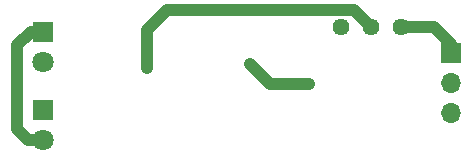
<source format=gbr>
%TF.GenerationSoftware,KiCad,Pcbnew,8.0.7*%
%TF.CreationDate,2026-02-24T14:52:02+05:30*%
%TF.ProjectId,IR Sensor,49522053-656e-4736-9f72-2e6b69636164,rev?*%
%TF.SameCoordinates,Original*%
%TF.FileFunction,Copper,L2,Bot*%
%TF.FilePolarity,Positive*%
%FSLAX46Y46*%
G04 Gerber Fmt 4.6, Leading zero omitted, Abs format (unit mm)*
G04 Created by KiCad (PCBNEW 8.0.7) date 2026-02-24 14:52:02*
%MOMM*%
%LPD*%
G01*
G04 APERTURE LIST*
%TA.AperFunction,ComponentPad*%
%ADD10C,1.440000*%
%TD*%
%TA.AperFunction,ComponentPad*%
%ADD11R,1.800000X1.800000*%
%TD*%
%TA.AperFunction,ComponentPad*%
%ADD12C,1.800000*%
%TD*%
%TA.AperFunction,ComponentPad*%
%ADD13R,1.700000X1.700000*%
%TD*%
%TA.AperFunction,ComponentPad*%
%ADD14O,1.700000X1.700000*%
%TD*%
%TA.AperFunction,ViaPad*%
%ADD15C,0.300000*%
%TD*%
%TA.AperFunction,ViaPad*%
%ADD16C,0.600000*%
%TD*%
%TA.AperFunction,Conductor*%
%ADD17C,1.000000*%
%TD*%
G04 APERTURE END LIST*
D10*
%TO.P,RV1,1,1*%
%TO.N,+5V*%
X144476868Y-57465593D03*
%TO.P,RV1,2,2*%
%TO.N,Net-(U1A--)*%
X141936868Y-57465593D03*
%TO.P,RV1,3,3*%
%TO.N,GND*%
X139396868Y-57465593D03*
%TD*%
D11*
%TO.P,D1,1,K*%
%TO.N,Net-(D1-K)*%
X114161931Y-64502840D03*
D12*
%TO.P,D1,2,A*%
%TO.N,+5V*%
X114161931Y-67042840D03*
%TD*%
D11*
%TO.P,D2,1,K*%
%TO.N,+5V*%
X114189867Y-57882102D03*
D12*
%TO.P,D2,2,A*%
%TO.N,Net-(D2-A)*%
X114189867Y-60422102D03*
%TD*%
D13*
%TO.P,J1,1,Pin_1*%
%TO.N,+5V*%
X148760415Y-59704166D03*
D14*
%TO.P,J1,2,Pin_2*%
%TO.N,GND*%
X148760415Y-62244166D03*
%TO.P,J1,3,Pin_3*%
%TO.N,OUT*%
X148760415Y-64784166D03*
%TD*%
D15*
%TO.N,Net-(R3-Pad2)*%
X136670454Y-62307291D03*
X131720117Y-60670454D03*
D16*
%TO.N,Net-(U1A--)*%
X123000000Y-61000000D03*
%TD*%
D17*
%TO.N,+5V*%
X144476868Y-57465593D02*
X147254375Y-57465593D01*
X147254375Y-57465593D02*
X148760415Y-58971633D01*
X113178451Y-57882575D02*
X112000000Y-59061026D01*
X112889139Y-67042840D02*
X114161931Y-67042840D01*
X114189394Y-57882575D02*
X113178451Y-57882575D01*
X112000000Y-59061026D02*
X112000000Y-66153701D01*
X114189867Y-57882102D02*
X114189394Y-57882575D01*
X148760415Y-58971633D02*
X148760415Y-59704166D01*
X112000000Y-66153701D02*
X112889139Y-67042840D01*
%TO.N,Net-(R3-Pad2)*%
X132569128Y-61509610D02*
X133366809Y-62307291D01*
X131729972Y-60670454D02*
X132569128Y-61509610D01*
X133366809Y-62307291D02*
X136670454Y-62307291D01*
X131720117Y-60670454D02*
X131729972Y-60670454D01*
%TO.N,Net-(U1A--)*%
X123000000Y-61000000D02*
X123000000Y-57714962D01*
X140516868Y-56045593D02*
X141936868Y-57465593D01*
X124669369Y-56045593D02*
X140516868Y-56045593D01*
X123000000Y-57714962D02*
X124669369Y-56045593D01*
%TD*%
M02*

</source>
